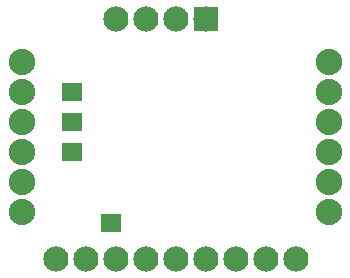
<source format=gts>
G04 MADE WITH FRITZING*
G04 WWW.FRITZING.ORG*
G04 DOUBLE SIDED*
G04 HOLES PLATED*
G04 CONTOUR ON CENTER OF CONTOUR VECTOR*
%ASAXBY*%
%FSLAX23Y23*%
%MOIN*%
%OFA0B0*%
%SFA1.0B1.0*%
%ADD10C,0.084000*%
%ADD11C,0.088000*%
%ADD12R,0.084000X0.084000*%
%ADD13R,0.035000X0.060000*%
%LNMASK1*%
G90*
G70*
G54D10*
X704Y888D03*
X604Y888D03*
X504Y888D03*
X404Y888D03*
X204Y88D03*
X304Y88D03*
X404Y88D03*
X504Y88D03*
X604Y88D03*
X704Y88D03*
X804Y88D03*
X904Y88D03*
X1004Y88D03*
G54D11*
X89Y743D03*
X89Y643D03*
X89Y543D03*
X89Y443D03*
X89Y343D03*
X89Y243D03*
X1113Y743D03*
X1113Y643D03*
X1113Y543D03*
X1113Y443D03*
X1113Y343D03*
X1113Y243D03*
G54D12*
X704Y888D03*
G54D13*
X372Y207D03*
X404Y207D03*
X274Y443D03*
X242Y443D03*
X274Y545D03*
X242Y545D03*
X274Y644D03*
X242Y644D03*
G04 End of Mask1*
M02*
</source>
